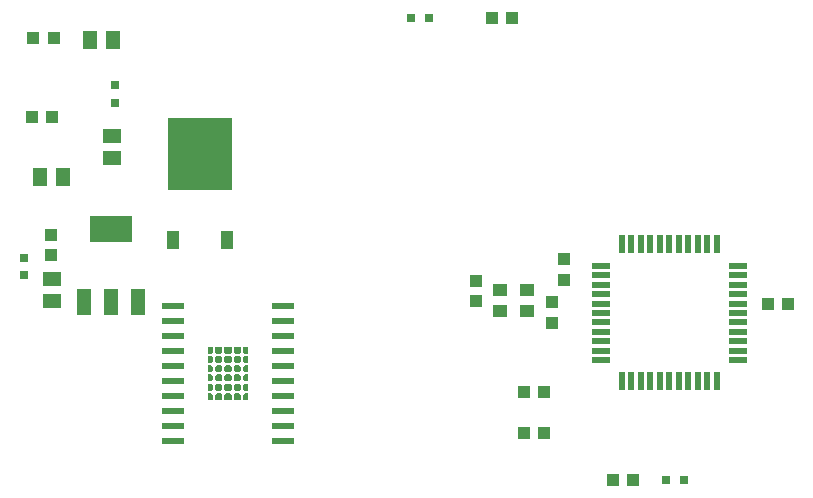
<source format=gbr>
G04 EAGLE Gerber RS-274X export*
G75*
%MOMM*%
%FSLAX34Y34*%
%LPD*%
%INSolderpaste Top*%
%IPPOS*%
%AMOC8*
5,1,8,0,0,1.08239X$1,22.5*%
G01*
%ADD10R,1.500000X1.300000*%
%ADD11R,1.300000X1.500000*%
%ADD12R,1.000000X1.100000*%
%ADD13R,1.100000X1.000000*%
%ADD14R,1.500000X0.500000*%
%ADD15R,0.500000X1.500000*%
%ADD16R,5.400000X6.200000*%
%ADD17R,1.000000X1.600000*%
%ADD18R,1.193800X2.184400*%
%ADD19R,3.606800X2.184400*%
%ADD20R,0.800000X0.800000*%
%ADD21R,1.300000X1.100000*%
%ADD22R,1.981200X0.558800*%

G36*
X203550Y289623D02*
X203550Y289623D01*
X203553Y289622D01*
X203636Y289659D01*
X205050Y291073D01*
X205052Y291076D01*
X205054Y291077D01*
X205087Y291162D01*
X205087Y295351D01*
X205086Y295353D01*
X205087Y295355D01*
X205067Y295398D01*
X205049Y295441D01*
X205047Y295442D01*
X205046Y295444D01*
X204961Y295477D01*
X199087Y295477D01*
X199085Y295476D01*
X199083Y295477D01*
X199040Y295457D01*
X198996Y295439D01*
X198996Y295437D01*
X198994Y295436D01*
X198961Y295351D01*
X198961Y291162D01*
X198962Y291159D01*
X198961Y291156D01*
X198998Y291073D01*
X200412Y289659D01*
X200415Y289658D01*
X200416Y289655D01*
X200501Y289622D01*
X203547Y289622D01*
X203550Y289623D01*
G37*
G36*
X195676Y289623D02*
X195676Y289623D01*
X195679Y289622D01*
X195762Y289659D01*
X197176Y291073D01*
X197178Y291076D01*
X197180Y291077D01*
X197213Y291162D01*
X197213Y295351D01*
X197212Y295353D01*
X197213Y295355D01*
X197193Y295398D01*
X197175Y295441D01*
X197173Y295442D01*
X197172Y295444D01*
X197087Y295477D01*
X191213Y295477D01*
X191211Y295476D01*
X191209Y295477D01*
X191166Y295457D01*
X191122Y295439D01*
X191122Y295437D01*
X191120Y295436D01*
X191087Y295351D01*
X191087Y291162D01*
X191088Y291159D01*
X191087Y291156D01*
X191124Y291073D01*
X192538Y289659D01*
X192541Y289658D01*
X192542Y289655D01*
X192627Y289622D01*
X195673Y289622D01*
X195676Y289623D01*
G37*
G36*
X187802Y289623D02*
X187802Y289623D01*
X187805Y289622D01*
X187888Y289659D01*
X189302Y291073D01*
X189304Y291076D01*
X189306Y291077D01*
X189339Y291162D01*
X189339Y295351D01*
X189338Y295353D01*
X189339Y295355D01*
X189319Y295398D01*
X189301Y295441D01*
X189299Y295442D01*
X189298Y295444D01*
X189213Y295477D01*
X183339Y295477D01*
X183337Y295476D01*
X183335Y295477D01*
X183292Y295457D01*
X183248Y295439D01*
X183248Y295437D01*
X183246Y295436D01*
X183213Y295351D01*
X183213Y291162D01*
X183214Y291159D01*
X183213Y291156D01*
X183250Y291073D01*
X184664Y289659D01*
X184667Y289658D01*
X184668Y289655D01*
X184753Y289622D01*
X187799Y289622D01*
X187802Y289623D01*
G37*
G36*
X204963Y250524D02*
X204963Y250524D01*
X204965Y250523D01*
X205008Y250543D01*
X205052Y250561D01*
X205052Y250563D01*
X205054Y250564D01*
X205087Y250649D01*
X205087Y254838D01*
X205086Y254841D01*
X205087Y254844D01*
X205050Y254927D01*
X203636Y256341D01*
X203633Y256343D01*
X203632Y256345D01*
X203547Y256378D01*
X200501Y256378D01*
X200498Y256377D01*
X200495Y256378D01*
X200412Y256341D01*
X198998Y254927D01*
X198997Y254924D01*
X198994Y254923D01*
X198961Y254838D01*
X198961Y250649D01*
X198962Y250647D01*
X198961Y250645D01*
X198981Y250602D01*
X198999Y250559D01*
X199001Y250558D01*
X199002Y250556D01*
X199087Y250523D01*
X204961Y250523D01*
X204963Y250524D01*
G37*
G36*
X197089Y250524D02*
X197089Y250524D01*
X197091Y250523D01*
X197134Y250543D01*
X197178Y250561D01*
X197178Y250563D01*
X197180Y250564D01*
X197213Y250649D01*
X197213Y254838D01*
X197212Y254841D01*
X197213Y254844D01*
X197176Y254927D01*
X195762Y256341D01*
X195759Y256343D01*
X195758Y256345D01*
X195673Y256378D01*
X192627Y256378D01*
X192624Y256377D01*
X192621Y256378D01*
X192538Y256341D01*
X191124Y254927D01*
X191123Y254924D01*
X191120Y254923D01*
X191087Y254838D01*
X191087Y250649D01*
X191088Y250647D01*
X191087Y250645D01*
X191107Y250602D01*
X191125Y250559D01*
X191127Y250558D01*
X191128Y250556D01*
X191213Y250523D01*
X197087Y250523D01*
X197089Y250524D01*
G37*
G36*
X189215Y250524D02*
X189215Y250524D01*
X189217Y250523D01*
X189260Y250543D01*
X189304Y250561D01*
X189304Y250563D01*
X189306Y250564D01*
X189339Y250649D01*
X189339Y254838D01*
X189338Y254841D01*
X189339Y254844D01*
X189302Y254927D01*
X187888Y256341D01*
X187885Y256343D01*
X187884Y256345D01*
X187799Y256378D01*
X184753Y256378D01*
X184750Y256377D01*
X184747Y256378D01*
X184664Y256341D01*
X183250Y254927D01*
X183249Y254924D01*
X183246Y254923D01*
X183213Y254838D01*
X183213Y250649D01*
X183214Y250647D01*
X183213Y250645D01*
X183233Y250602D01*
X183251Y250559D01*
X183253Y250558D01*
X183254Y250556D01*
X183339Y250523D01*
X189213Y250523D01*
X189215Y250524D01*
G37*
G36*
X195676Y281749D02*
X195676Y281749D01*
X195679Y281748D01*
X195762Y281785D01*
X197176Y283199D01*
X197178Y283202D01*
X197180Y283203D01*
X197213Y283288D01*
X197213Y286334D01*
X197212Y286337D01*
X197213Y286340D01*
X197176Y286423D01*
X195762Y287837D01*
X195759Y287839D01*
X195758Y287841D01*
X195673Y287874D01*
X192627Y287874D01*
X192624Y287873D01*
X192621Y287874D01*
X192538Y287837D01*
X191124Y286423D01*
X191123Y286420D01*
X191120Y286419D01*
X191087Y286334D01*
X191087Y283288D01*
X191088Y283285D01*
X191087Y283282D01*
X191124Y283199D01*
X192538Y281785D01*
X192541Y281784D01*
X192542Y281781D01*
X192627Y281748D01*
X195673Y281748D01*
X195676Y281749D01*
G37*
G36*
X203550Y281749D02*
X203550Y281749D01*
X203553Y281748D01*
X203636Y281785D01*
X205050Y283199D01*
X205052Y283202D01*
X205054Y283203D01*
X205087Y283288D01*
X205087Y286334D01*
X205086Y286337D01*
X205087Y286340D01*
X205050Y286423D01*
X203636Y287837D01*
X203633Y287839D01*
X203632Y287841D01*
X203547Y287874D01*
X200501Y287874D01*
X200498Y287873D01*
X200495Y287874D01*
X200412Y287837D01*
X198998Y286423D01*
X198997Y286420D01*
X198994Y286419D01*
X198961Y286334D01*
X198961Y283288D01*
X198962Y283285D01*
X198961Y283282D01*
X198998Y283199D01*
X200412Y281785D01*
X200415Y281784D01*
X200416Y281781D01*
X200501Y281748D01*
X203547Y281748D01*
X203550Y281749D01*
G37*
G36*
X187802Y281749D02*
X187802Y281749D01*
X187805Y281748D01*
X187888Y281785D01*
X189302Y283199D01*
X189304Y283202D01*
X189306Y283203D01*
X189339Y283288D01*
X189339Y286334D01*
X189338Y286337D01*
X189339Y286340D01*
X189302Y286423D01*
X187888Y287837D01*
X187885Y287839D01*
X187884Y287841D01*
X187799Y287874D01*
X184753Y287874D01*
X184750Y287873D01*
X184747Y287874D01*
X184664Y287837D01*
X183250Y286423D01*
X183249Y286420D01*
X183246Y286419D01*
X183213Y286334D01*
X183213Y283288D01*
X183214Y283285D01*
X183213Y283282D01*
X183250Y283199D01*
X184664Y281785D01*
X184667Y281784D01*
X184668Y281781D01*
X184753Y281748D01*
X187799Y281748D01*
X187802Y281749D01*
G37*
G36*
X203550Y273875D02*
X203550Y273875D01*
X203553Y273874D01*
X203636Y273911D01*
X205050Y275325D01*
X205052Y275328D01*
X205054Y275329D01*
X205087Y275414D01*
X205087Y278460D01*
X205086Y278463D01*
X205087Y278466D01*
X205050Y278549D01*
X203636Y279963D01*
X203633Y279965D01*
X203632Y279967D01*
X203547Y280000D01*
X200501Y280000D01*
X200498Y279999D01*
X200495Y280000D01*
X200412Y279963D01*
X198998Y278549D01*
X198997Y278546D01*
X198994Y278545D01*
X198961Y278460D01*
X198961Y275414D01*
X198962Y275411D01*
X198961Y275408D01*
X198998Y275325D01*
X200412Y273911D01*
X200415Y273910D01*
X200416Y273907D01*
X200501Y273874D01*
X203547Y273874D01*
X203550Y273875D01*
G37*
G36*
X195676Y273875D02*
X195676Y273875D01*
X195679Y273874D01*
X195762Y273911D01*
X197176Y275325D01*
X197178Y275328D01*
X197180Y275329D01*
X197213Y275414D01*
X197213Y278460D01*
X197212Y278463D01*
X197213Y278466D01*
X197176Y278549D01*
X195762Y279963D01*
X195759Y279965D01*
X195758Y279967D01*
X195673Y280000D01*
X192627Y280000D01*
X192624Y279999D01*
X192621Y280000D01*
X192538Y279963D01*
X191124Y278549D01*
X191123Y278546D01*
X191120Y278545D01*
X191087Y278460D01*
X191087Y275414D01*
X191088Y275411D01*
X191087Y275408D01*
X191124Y275325D01*
X192538Y273911D01*
X192541Y273910D01*
X192542Y273907D01*
X192627Y273874D01*
X195673Y273874D01*
X195676Y273875D01*
G37*
G36*
X187802Y273875D02*
X187802Y273875D01*
X187805Y273874D01*
X187888Y273911D01*
X189302Y275325D01*
X189304Y275328D01*
X189306Y275329D01*
X189339Y275414D01*
X189339Y278460D01*
X189338Y278463D01*
X189339Y278466D01*
X189302Y278549D01*
X187888Y279963D01*
X187885Y279965D01*
X187884Y279967D01*
X187799Y280000D01*
X184753Y280000D01*
X184750Y279999D01*
X184747Y280000D01*
X184664Y279963D01*
X183250Y278549D01*
X183249Y278546D01*
X183246Y278545D01*
X183213Y278460D01*
X183213Y275414D01*
X183214Y275411D01*
X183213Y275408D01*
X183250Y275325D01*
X184664Y273911D01*
X184667Y273910D01*
X184668Y273907D01*
X184753Y273874D01*
X187799Y273874D01*
X187802Y273875D01*
G37*
G36*
X203550Y266001D02*
X203550Y266001D01*
X203553Y266000D01*
X203636Y266037D01*
X205050Y267451D01*
X205052Y267454D01*
X205054Y267455D01*
X205087Y267540D01*
X205087Y270586D01*
X205086Y270589D01*
X205087Y270592D01*
X205050Y270675D01*
X203636Y272089D01*
X203633Y272091D01*
X203632Y272093D01*
X203547Y272126D01*
X200501Y272126D01*
X200498Y272125D01*
X200495Y272126D01*
X200412Y272089D01*
X198998Y270675D01*
X198997Y270672D01*
X198994Y270671D01*
X198961Y270586D01*
X198961Y267540D01*
X198962Y267537D01*
X198961Y267534D01*
X198998Y267451D01*
X200412Y266037D01*
X200415Y266036D01*
X200416Y266033D01*
X200501Y266000D01*
X203547Y266000D01*
X203550Y266001D01*
G37*
G36*
X195676Y266001D02*
X195676Y266001D01*
X195679Y266000D01*
X195762Y266037D01*
X197176Y267451D01*
X197178Y267454D01*
X197180Y267455D01*
X197213Y267540D01*
X197213Y270586D01*
X197212Y270589D01*
X197213Y270592D01*
X197176Y270675D01*
X195762Y272089D01*
X195759Y272091D01*
X195758Y272093D01*
X195673Y272126D01*
X192627Y272126D01*
X192624Y272125D01*
X192621Y272126D01*
X192538Y272089D01*
X191124Y270675D01*
X191123Y270672D01*
X191120Y270671D01*
X191087Y270586D01*
X191087Y267540D01*
X191088Y267537D01*
X191087Y267534D01*
X191124Y267451D01*
X192538Y266037D01*
X192541Y266036D01*
X192542Y266033D01*
X192627Y266000D01*
X195673Y266000D01*
X195676Y266001D01*
G37*
G36*
X187802Y266001D02*
X187802Y266001D01*
X187805Y266000D01*
X187888Y266037D01*
X189302Y267451D01*
X189304Y267454D01*
X189306Y267455D01*
X189339Y267540D01*
X189339Y270586D01*
X189338Y270589D01*
X189339Y270592D01*
X189302Y270675D01*
X187888Y272089D01*
X187885Y272091D01*
X187884Y272093D01*
X187799Y272126D01*
X184753Y272126D01*
X184750Y272125D01*
X184747Y272126D01*
X184664Y272089D01*
X183250Y270675D01*
X183249Y270672D01*
X183246Y270671D01*
X183213Y270586D01*
X183213Y267540D01*
X183214Y267537D01*
X183213Y267534D01*
X183250Y267451D01*
X184664Y266037D01*
X184667Y266036D01*
X184668Y266033D01*
X184753Y266000D01*
X187799Y266000D01*
X187802Y266001D01*
G37*
G36*
X187802Y258127D02*
X187802Y258127D01*
X187805Y258126D01*
X187888Y258163D01*
X189302Y259577D01*
X189304Y259580D01*
X189306Y259581D01*
X189339Y259666D01*
X189339Y262712D01*
X189338Y262715D01*
X189339Y262718D01*
X189302Y262801D01*
X187888Y264215D01*
X187885Y264217D01*
X187884Y264219D01*
X187799Y264252D01*
X184753Y264252D01*
X184750Y264251D01*
X184747Y264252D01*
X184664Y264215D01*
X183250Y262801D01*
X183249Y262798D01*
X183246Y262797D01*
X183213Y262712D01*
X183213Y259666D01*
X183214Y259663D01*
X183213Y259660D01*
X183250Y259577D01*
X184664Y258163D01*
X184667Y258162D01*
X184668Y258159D01*
X184753Y258126D01*
X187799Y258126D01*
X187802Y258127D01*
G37*
G36*
X203550Y258127D02*
X203550Y258127D01*
X203553Y258126D01*
X203636Y258163D01*
X205050Y259577D01*
X205052Y259580D01*
X205054Y259581D01*
X205087Y259666D01*
X205087Y262712D01*
X205086Y262715D01*
X205087Y262718D01*
X205050Y262801D01*
X203636Y264215D01*
X203633Y264217D01*
X203632Y264219D01*
X203547Y264252D01*
X200501Y264252D01*
X200498Y264251D01*
X200495Y264252D01*
X200412Y264215D01*
X198998Y262801D01*
X198997Y262798D01*
X198994Y262797D01*
X198961Y262712D01*
X198961Y259666D01*
X198962Y259663D01*
X198961Y259660D01*
X198998Y259577D01*
X200412Y258163D01*
X200415Y258162D01*
X200416Y258159D01*
X200501Y258126D01*
X203547Y258126D01*
X203550Y258127D01*
G37*
G36*
X195676Y258127D02*
X195676Y258127D01*
X195679Y258126D01*
X195762Y258163D01*
X197176Y259577D01*
X197178Y259580D01*
X197180Y259581D01*
X197213Y259666D01*
X197213Y262712D01*
X197212Y262715D01*
X197213Y262718D01*
X197176Y262801D01*
X195762Y264215D01*
X195759Y264217D01*
X195758Y264219D01*
X195673Y264252D01*
X192627Y264252D01*
X192624Y264251D01*
X192621Y264252D01*
X192538Y264215D01*
X191124Y262801D01*
X191123Y262798D01*
X191120Y262797D01*
X191087Y262712D01*
X191087Y259666D01*
X191088Y259663D01*
X191087Y259660D01*
X191124Y259577D01*
X192538Y258163D01*
X192541Y258162D01*
X192542Y258159D01*
X192627Y258126D01*
X195673Y258126D01*
X195676Y258127D01*
G37*
G36*
X179928Y281749D02*
X179928Y281749D01*
X179931Y281748D01*
X180014Y281785D01*
X181428Y283199D01*
X181430Y283202D01*
X181432Y283203D01*
X181465Y283288D01*
X181465Y286334D01*
X181464Y286337D01*
X181465Y286340D01*
X181428Y286423D01*
X180014Y287837D01*
X180011Y287839D01*
X180010Y287841D01*
X179925Y287874D01*
X177099Y287874D01*
X177097Y287873D01*
X177095Y287874D01*
X177052Y287854D01*
X177009Y287836D01*
X177008Y287834D01*
X177006Y287833D01*
X176973Y287748D01*
X176973Y281874D01*
X176974Y281872D01*
X176973Y281870D01*
X176993Y281827D01*
X177011Y281783D01*
X177013Y281783D01*
X177014Y281781D01*
X177099Y281748D01*
X179925Y281748D01*
X179928Y281749D01*
G37*
G36*
X211203Y281749D02*
X211203Y281749D01*
X211205Y281748D01*
X211248Y281768D01*
X211291Y281786D01*
X211292Y281788D01*
X211294Y281789D01*
X211327Y281874D01*
X211327Y287748D01*
X211326Y287750D01*
X211327Y287752D01*
X211307Y287795D01*
X211289Y287839D01*
X211287Y287839D01*
X211286Y287841D01*
X211201Y287874D01*
X208375Y287874D01*
X208372Y287873D01*
X208369Y287874D01*
X208286Y287837D01*
X206872Y286423D01*
X206871Y286420D01*
X206868Y286419D01*
X206835Y286334D01*
X206835Y283288D01*
X206836Y283285D01*
X206835Y283282D01*
X206872Y283199D01*
X208286Y281785D01*
X208289Y281784D01*
X208290Y281781D01*
X208375Y281748D01*
X211201Y281748D01*
X211203Y281749D01*
G37*
G36*
X211203Y273875D02*
X211203Y273875D01*
X211205Y273874D01*
X211248Y273894D01*
X211291Y273912D01*
X211292Y273914D01*
X211294Y273915D01*
X211327Y274000D01*
X211327Y279874D01*
X211326Y279876D01*
X211327Y279878D01*
X211307Y279921D01*
X211289Y279965D01*
X211287Y279965D01*
X211286Y279967D01*
X211201Y280000D01*
X208375Y280000D01*
X208372Y279999D01*
X208369Y280000D01*
X208286Y279963D01*
X206872Y278549D01*
X206871Y278546D01*
X206868Y278545D01*
X206835Y278460D01*
X206835Y275414D01*
X206836Y275411D01*
X206835Y275408D01*
X206872Y275325D01*
X208286Y273911D01*
X208289Y273910D01*
X208290Y273907D01*
X208375Y273874D01*
X211201Y273874D01*
X211203Y273875D01*
G37*
G36*
X179928Y273875D02*
X179928Y273875D01*
X179931Y273874D01*
X180014Y273911D01*
X181428Y275325D01*
X181430Y275328D01*
X181432Y275329D01*
X181465Y275414D01*
X181465Y278460D01*
X181464Y278463D01*
X181465Y278466D01*
X181428Y278549D01*
X180014Y279963D01*
X180011Y279965D01*
X180010Y279967D01*
X179925Y280000D01*
X177099Y280000D01*
X177097Y279999D01*
X177095Y280000D01*
X177052Y279980D01*
X177009Y279962D01*
X177008Y279960D01*
X177006Y279959D01*
X176973Y279874D01*
X176973Y274000D01*
X176974Y273998D01*
X176973Y273996D01*
X176993Y273953D01*
X177011Y273909D01*
X177013Y273909D01*
X177014Y273907D01*
X177099Y273874D01*
X179925Y273874D01*
X179928Y273875D01*
G37*
G36*
X179928Y266001D02*
X179928Y266001D01*
X179931Y266000D01*
X180014Y266037D01*
X181428Y267451D01*
X181430Y267454D01*
X181432Y267455D01*
X181465Y267540D01*
X181465Y270586D01*
X181464Y270589D01*
X181465Y270592D01*
X181428Y270675D01*
X180014Y272089D01*
X180011Y272091D01*
X180010Y272093D01*
X179925Y272126D01*
X177099Y272126D01*
X177097Y272125D01*
X177095Y272126D01*
X177052Y272106D01*
X177009Y272088D01*
X177008Y272086D01*
X177006Y272085D01*
X176973Y272000D01*
X176973Y266126D01*
X176974Y266124D01*
X176973Y266122D01*
X176993Y266079D01*
X177011Y266035D01*
X177013Y266035D01*
X177014Y266033D01*
X177099Y266000D01*
X179925Y266000D01*
X179928Y266001D01*
G37*
G36*
X211203Y266001D02*
X211203Y266001D01*
X211205Y266000D01*
X211248Y266020D01*
X211291Y266038D01*
X211292Y266040D01*
X211294Y266041D01*
X211327Y266126D01*
X211327Y272000D01*
X211326Y272002D01*
X211327Y272004D01*
X211307Y272047D01*
X211289Y272091D01*
X211287Y272091D01*
X211286Y272093D01*
X211201Y272126D01*
X208375Y272126D01*
X208372Y272125D01*
X208369Y272126D01*
X208286Y272089D01*
X206872Y270675D01*
X206871Y270672D01*
X206868Y270671D01*
X206835Y270586D01*
X206835Y267540D01*
X206836Y267537D01*
X206835Y267534D01*
X206872Y267451D01*
X208286Y266037D01*
X208289Y266036D01*
X208290Y266033D01*
X208375Y266000D01*
X211201Y266000D01*
X211203Y266001D01*
G37*
G36*
X211203Y258127D02*
X211203Y258127D01*
X211205Y258126D01*
X211248Y258146D01*
X211291Y258164D01*
X211292Y258166D01*
X211294Y258167D01*
X211327Y258252D01*
X211327Y264126D01*
X211326Y264128D01*
X211327Y264130D01*
X211307Y264173D01*
X211289Y264217D01*
X211287Y264217D01*
X211286Y264219D01*
X211201Y264252D01*
X208375Y264252D01*
X208372Y264251D01*
X208369Y264252D01*
X208286Y264215D01*
X206872Y262801D01*
X206871Y262798D01*
X206868Y262797D01*
X206835Y262712D01*
X206835Y259666D01*
X206836Y259663D01*
X206835Y259660D01*
X206872Y259577D01*
X208286Y258163D01*
X208289Y258162D01*
X208290Y258159D01*
X208375Y258126D01*
X211201Y258126D01*
X211203Y258127D01*
G37*
G36*
X179928Y258127D02*
X179928Y258127D01*
X179931Y258126D01*
X180014Y258163D01*
X181428Y259577D01*
X181430Y259580D01*
X181432Y259581D01*
X181465Y259666D01*
X181465Y262712D01*
X181464Y262715D01*
X181465Y262718D01*
X181428Y262801D01*
X180014Y264215D01*
X180011Y264217D01*
X180010Y264219D01*
X179925Y264252D01*
X177099Y264252D01*
X177097Y264251D01*
X177095Y264252D01*
X177052Y264232D01*
X177009Y264214D01*
X177008Y264212D01*
X177006Y264211D01*
X176973Y264126D01*
X176973Y258252D01*
X176974Y258250D01*
X176973Y258248D01*
X176993Y258205D01*
X177011Y258161D01*
X177013Y258161D01*
X177014Y258159D01*
X177099Y258126D01*
X179925Y258126D01*
X179928Y258127D01*
G37*
G36*
X211203Y289623D02*
X211203Y289623D01*
X211205Y289622D01*
X211248Y289642D01*
X211291Y289660D01*
X211292Y289662D01*
X211294Y289663D01*
X211327Y289748D01*
X211327Y295351D01*
X211326Y295353D01*
X211327Y295355D01*
X211307Y295398D01*
X211289Y295441D01*
X211287Y295442D01*
X211286Y295444D01*
X211201Y295477D01*
X206961Y295477D01*
X206959Y295476D01*
X206957Y295477D01*
X206914Y295457D01*
X206870Y295439D01*
X206870Y295437D01*
X206868Y295436D01*
X206835Y295351D01*
X206835Y291162D01*
X206836Y291159D01*
X206835Y291156D01*
X206872Y291073D01*
X208286Y289659D01*
X208289Y289658D01*
X208290Y289655D01*
X208375Y289622D01*
X211201Y289622D01*
X211203Y289623D01*
G37*
G36*
X179928Y289623D02*
X179928Y289623D01*
X179931Y289622D01*
X180014Y289659D01*
X181428Y291073D01*
X181430Y291076D01*
X181432Y291077D01*
X181465Y291162D01*
X181465Y295351D01*
X181464Y295353D01*
X181465Y295355D01*
X181445Y295398D01*
X181427Y295441D01*
X181425Y295442D01*
X181424Y295444D01*
X181339Y295477D01*
X177099Y295477D01*
X177097Y295476D01*
X177095Y295477D01*
X177052Y295457D01*
X177009Y295439D01*
X177008Y295437D01*
X177006Y295436D01*
X176973Y295351D01*
X176973Y289748D01*
X176974Y289746D01*
X176973Y289744D01*
X176993Y289701D01*
X177011Y289657D01*
X177013Y289657D01*
X177014Y289655D01*
X177099Y289622D01*
X179925Y289622D01*
X179928Y289623D01*
G37*
G36*
X181341Y250524D02*
X181341Y250524D01*
X181343Y250523D01*
X181386Y250543D01*
X181430Y250561D01*
X181430Y250563D01*
X181432Y250564D01*
X181465Y250649D01*
X181465Y254838D01*
X181464Y254841D01*
X181465Y254844D01*
X181428Y254927D01*
X180014Y256341D01*
X180011Y256343D01*
X180010Y256345D01*
X179925Y256378D01*
X177099Y256378D01*
X177097Y256377D01*
X177095Y256378D01*
X177052Y256358D01*
X177009Y256340D01*
X177008Y256338D01*
X177006Y256337D01*
X176973Y256252D01*
X176973Y250649D01*
X176974Y250647D01*
X176973Y250645D01*
X176993Y250602D01*
X177011Y250559D01*
X177013Y250558D01*
X177014Y250556D01*
X177099Y250523D01*
X181339Y250523D01*
X181341Y250524D01*
G37*
G36*
X211203Y250524D02*
X211203Y250524D01*
X211205Y250523D01*
X211248Y250543D01*
X211291Y250561D01*
X211292Y250563D01*
X211294Y250564D01*
X211327Y250649D01*
X211327Y256252D01*
X211326Y256254D01*
X211327Y256256D01*
X211307Y256299D01*
X211289Y256343D01*
X211287Y256343D01*
X211286Y256345D01*
X211201Y256378D01*
X208375Y256378D01*
X208372Y256377D01*
X208369Y256378D01*
X208286Y256341D01*
X206872Y254927D01*
X206871Y254924D01*
X206868Y254923D01*
X206835Y254838D01*
X206835Y250649D01*
X206836Y250647D01*
X206835Y250645D01*
X206855Y250602D01*
X206873Y250559D01*
X206875Y250558D01*
X206876Y250556D01*
X206961Y250523D01*
X211201Y250523D01*
X211203Y250524D01*
G37*
D10*
X44750Y333850D03*
X44750Y352850D03*
D11*
X77600Y555000D03*
X96600Y555000D03*
D12*
X479030Y352280D03*
X479030Y369280D03*
D13*
X651030Y331310D03*
X668030Y331310D03*
D12*
X468470Y332870D03*
X468470Y315870D03*
X403950Y350860D03*
X403950Y333860D03*
D10*
X95750Y473800D03*
X95750Y454800D03*
D11*
X35150Y438750D03*
X54150Y438750D03*
D14*
X509800Y364000D03*
X509800Y356000D03*
X509800Y348000D03*
X509800Y340000D03*
X509800Y332000D03*
X509800Y324000D03*
X509800Y316000D03*
X509800Y308000D03*
X509800Y300000D03*
X509800Y292000D03*
X509800Y284000D03*
D15*
X527800Y266000D03*
X535800Y266000D03*
X543800Y266000D03*
X551800Y266000D03*
X559800Y266000D03*
X567800Y266000D03*
X575800Y266000D03*
X583800Y266000D03*
X591800Y266000D03*
X599800Y266000D03*
X607800Y266000D03*
D14*
X625800Y284000D03*
X625800Y292000D03*
X625800Y300000D03*
X625800Y308000D03*
X625800Y316000D03*
X625800Y324000D03*
X625800Y332000D03*
X625800Y340000D03*
X625800Y348000D03*
X625800Y356000D03*
X625800Y364000D03*
D15*
X607800Y382000D03*
X599800Y382000D03*
X591800Y382000D03*
X583800Y382000D03*
X575800Y382000D03*
X567800Y382000D03*
X559800Y382000D03*
X551800Y382000D03*
X543800Y382000D03*
X535800Y382000D03*
X527800Y382000D03*
D16*
X170600Y458400D03*
D17*
X147800Y385400D03*
X193400Y385400D03*
D18*
X72490Y333250D03*
X95350Y333250D03*
X118210Y333250D03*
D19*
X95350Y395226D03*
D20*
X98350Y517100D03*
X98350Y502100D03*
X349350Y573400D03*
X364350Y573400D03*
X21550Y355900D03*
X21550Y370900D03*
D21*
X447130Y325260D03*
X424130Y325260D03*
X424130Y343260D03*
X447130Y343260D03*
D12*
X46500Y557000D03*
X29500Y557000D03*
X28100Y490150D03*
X45100Y490150D03*
X417350Y573650D03*
X434350Y573650D03*
D13*
X44150Y373300D03*
X44150Y390300D03*
D12*
X444600Y256900D03*
X461600Y256900D03*
X444600Y222100D03*
X461600Y222100D03*
D22*
X147287Y330150D03*
X147287Y317450D03*
X147287Y304750D03*
X147287Y292050D03*
X147287Y279350D03*
X147287Y266650D03*
X147287Y253950D03*
X147287Y241250D03*
X147287Y228550D03*
X147287Y215850D03*
X241013Y215850D03*
X241013Y228550D03*
X241013Y241250D03*
X241013Y253950D03*
X241013Y266650D03*
X241013Y279350D03*
X241013Y292050D03*
X241013Y304750D03*
X241013Y317450D03*
X241013Y330150D03*
D12*
X536820Y182880D03*
X519820Y182880D03*
D20*
X580270Y182880D03*
X565270Y182880D03*
M02*

</source>
